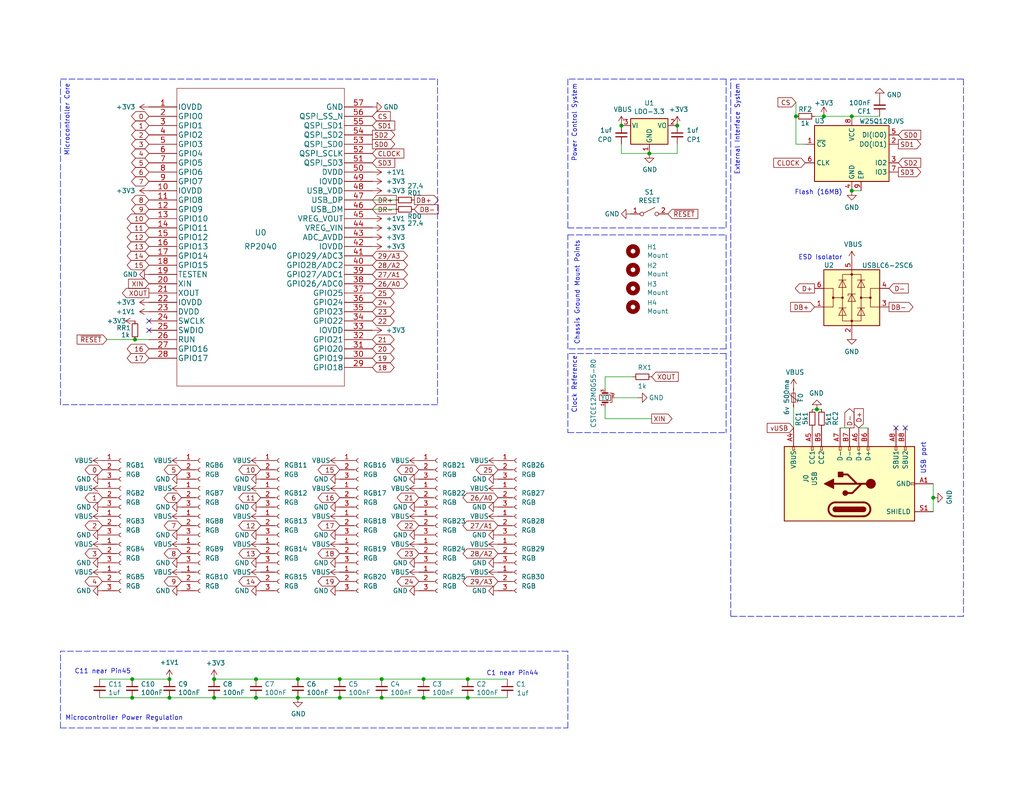
<source format=kicad_sch>
(kicad_sch (version 20211123) (generator eeschema)
  (paper "USLetter")
  (title_block (title "Hard Light") (date "2022-05-20") (rev "Mark 7") (company "Everywhere Defense Industries") (comment 1 "RP2040 main core"))
  (junction (at 177.165 41.91))
  (junction (at 115.57 190.5))
  (junction (at 232.41 52.07))
  (junction (at 81.28 185.42))
  (junction (at 254.635 135.89))
  (junction (at 127.635 185.42))
  (junction (at 224.79 31.75))
  (junction (at 169.545 34.29))
  (junction (at 127.635 190.5))
  (junction (at 58.42 185.42))
  (junction (at 46.228 190.5))
  (junction (at 36.068 190.5))
  (junction (at 58.42 190.5))
  (junction (at 92.71 190.5))
  (junction (at 217.17 31.75))
  (junction (at 104.14 190.5))
  (junction (at 69.85 185.42))
  (junction (at 36.83 92.71))
  (junction (at 222.885 111.76))
  (junction (at 46.228 185.42))
  (junction (at 69.85 190.5))
  (junction (at 81.28 190.5))
  (junction (at 104.14 185.42))
  (junction (at 36.068 185.42))
  (junction (at 184.785 34.29))
  (junction (at 115.57 185.42))
  (junction (at 232.41 31.75))
  (junction (at 92.71 185.42))
  (no_connect (at 40.64 87.63))
  (no_connect (at 40.64 90.17))
  (no_connect (at 247.015 116.84))
  (no_connect (at 244.475 116.84))
  (wire (pts (xy 69.85 185.42) (xy 58.42 185.42)))
  (wire (pts (xy 224.79 31.75) (xy 232.41 31.75)))
  (polyline (pts (xy 154.94 96.52) (xy 154.94 118.11)))
  (wire (pts (xy 217.17 39.37) (xy 219.71 39.37)))
  (wire (pts (xy 46.228 190.5) (xy 58.42 190.5)))
  (wire (pts (xy 167.64 108.585) (xy 173.99 108.585)))
  (polyline (pts (xy 154.94 62.23) (xy 198.12 62.23)))
  (polyline (pts (xy 199.39 21.59) (xy 262.89 21.59)))
  (wire (pts (xy 236.855 116.84) (xy 234.315 116.84)))
  (polyline (pts (xy 119.38 110.49) (xy 16.51 110.49)))
  (polyline (pts (xy 198.12 64.135) (xy 198.12 95.25)))
  (wire (pts (xy 127.635 190.5) (xy 138.43 190.5)))
  (wire (pts (xy 232.41 52.07) (xy 234.95 52.07)))
  (wire (pts (xy 81.28 185.42) (xy 69.85 185.42)))
  (polyline (pts (xy 16.51 21.59) (xy 119.38 21.59)))
  (wire (pts (xy 92.71 185.42) (xy 81.28 185.42)))
  (polyline (pts (xy 262.89 168.275) (xy 199.39 168.275)))
  (polyline (pts (xy 198.12 21.59) (xy 198.12 62.23)))
  (wire (pts (xy 115.57 190.5) (xy 127.635 190.5)))
  (wire (pts (xy 222.885 111.76) (xy 221.615 111.76)))
  (polyline (pts (xy 154.94 64.135) (xy 198.12 64.135)))
  (wire (pts (xy 27.178 185.42) (xy 36.068 185.42)))
  (wire (pts (xy 184.785 41.91) (xy 184.785 39.37)))
  (wire (pts (xy 104.14 185.42) (xy 92.71 185.42)))
  (wire (pts (xy 36.068 185.42) (xy 46.228 185.42)))
  (polyline (pts (xy 154.94 21.59) (xy 154.94 62.23)))
  (wire (pts (xy 127.635 185.42) (xy 138.43 185.42)))
  (wire (pts (xy 224.155 111.76) (xy 222.885 111.76)))
  (wire (pts (xy 165.1 114.3) (xy 177.8 114.3)))
  (polyline (pts (xy 16.51 198.755) (xy 16.51 177.8)))
  (wire (pts (xy 36.068 190.5) (xy 46.228 190.5)))
  (polyline (pts (xy 154.94 95.25) (xy 154.94 64.135)))
  (wire (pts (xy 222.25 31.75) (xy 224.79 31.75)))
  (polyline (pts (xy 154.94 118.11) (xy 198.12 118.11)))
  (wire (pts (xy 232.41 31.75) (xy 240.03 31.75)))
  (polyline (pts (xy 154.94 198.755) (xy 154.94 177.8)))
  (wire (pts (xy 115.57 185.42) (xy 127.635 185.42)))
  (wire (pts (xy 29.21 92.71) (xy 36.83 92.71)))
  (wire (pts (xy 104.14 190.5) (xy 92.71 190.5)))
  (wire (pts (xy 169.545 39.37) (xy 169.545 41.91)))
  (wire (pts (xy 36.83 92.71) (xy 40.64 92.71)))
  (wire (pts (xy 231.775 116.84) (xy 229.235 116.84)))
  (wire (pts (xy 177.165 41.91) (xy 184.785 41.91)))
  (wire (pts (xy 165.1 111.125) (xy 165.1 114.3)))
  (wire (pts (xy 217.17 31.75) (xy 217.17 39.37)))
  (wire (pts (xy 115.57 185.42) (xy 104.14 185.42)))
  (wire (pts (xy 216.535 111.125) (xy 216.535 116.84)))
  (polyline (pts (xy 198.12 96.52) (xy 198.12 118.11)))
  (wire (pts (xy 217.17 27.94) (xy 217.17 31.75)))
  (wire (pts (xy 69.85 190.5) (xy 58.42 190.5)))
  (wire (pts (xy 115.57 190.5) (xy 104.14 190.5)))
  (polyline (pts (xy 198.12 95.25) (xy 154.94 95.25)))
  (wire (pts (xy 27.178 190.5) (xy 36.068 190.5)))
  (polyline (pts (xy 16.51 110.49) (xy 16.51 21.59)))
  (wire (pts (xy 169.545 41.91) (xy 177.165 41.91)))
  (wire (pts (xy 101.6 57.15) (xy 107.95 57.15)))
  (polyline (pts (xy 119.38 21.59) (xy 119.38 110.49)))
  (wire (pts (xy 254.635 135.89) (xy 254.635 132.08)))
  (polyline (pts (xy 262.89 21.59) (xy 262.89 168.275)))
  (wire (pts (xy 165.1 102.87) (xy 165.1 106.045)))
  (polyline (pts (xy 198.12 21.59) (xy 154.94 21.59)))
  (wire (pts (xy 92.71 190.5) (xy 81.28 190.5)))
  (wire (pts (xy 165.1 102.87) (xy 172.72 102.87)))
  (polyline (pts (xy 199.39 168.275) (xy 199.39 21.59)))
  (wire (pts (xy 81.28 190.5) (xy 69.85 190.5)))
  (wire (pts (xy 101.6 54.61) (xy 107.95 54.61)))
  (wire (pts (xy 254.635 139.7) (xy 254.635 135.89)))
  (polyline (pts (xy 198.12 96.52) (xy 154.94 96.52)))
  (polyline (pts (xy 154.94 177.8) (xy 16.51 177.8)))
  (polyline (pts (xy 16.51 198.755) (xy 154.94 198.755)))
  (text "ESD Isolator" (at 229.87 71.12 180) (effects (font (size 1.27 1.27)) (justify right bottom)))
  (text "USB port" (at 252.73 129.54 90) (effects (font (size 1.27 1.27)) (justify left bottom)))
  (text "Flash (16MB)" (at 229.87 53.34 180) (effects (font (size 1.27 1.27)) (justify right bottom)))
  (text "Microcontroller Core" (at 19.05 22.86 270) (effects (font (size 1.27 1.27)) (justify right bottom)))
  (text "Chassis Ground Mount Points" (at 158.242 65.659 270) (effects (font (size 1.27 1.27)) (justify right bottom)))
  (text "C11 near Pin45" (at 20.32 184.15 0) (effects (font (size 1.27 1.27)) (justify left bottom)))
  (text "C1 near Pin44" (at 132.715 184.658 0) (effects (font (size 1.27 1.27)) (justify left bottom)))
  (text "Microcontroller Power Regulation" (at 17.78 196.85 0) (effects (font (size 1.27 1.27)) (justify left bottom)))
  (text "Power Control System" (at 157.48 22.86 270) (effects (font (size 1.27 1.27)) (justify right bottom)))
  (text "External Interface System" (at 201.93 22.86 270) (effects (font (size 1.27 1.27)) (justify right bottom)))
  (text "Clock Reference" (at 157.48 97.155 270) (effects (font (size 1.27 1.27)) (justify right bottom)))
  (global_label "vUSB" (shape input) (at 216.535 116.84 180) (property "Intersheet References" "${INTERSHEET_REFS}" (effects hide)))
  (global_label "XOUT" (shape input) (at 177.8 102.87 0) (property "Intersheet References" "${INTERSHEET_REFS}" (effects hide)))
  (global_label "CS" (shape input) (at 101.6 31.75 0) (property "Intersheet References" "${INTERSHEET_REFS}" (effects hide)))
  (global_label "2" (shape bidirectional) (at 27.94 143.51 180) (property "Intersheet References" "${INTERSHEET_REFS}" (effects hide)))
  (global_label "19" (shape bidirectional) (at 101.6 97.79 0) (property "Intersheet References" "${INTERSHEET_REFS}" (effects hide)))
  (global_label "25" (shape bidirectional) (at 135.89 128.27 180) (property "Intersheet References" "${INTERSHEET_REFS}" (effects hide)))
  (global_label "SD1" (shape output) (at 245.11 39.37 0) (property "Intersheet References" "${INTERSHEET_REFS}" (effects hide)))
  (global_label "16" (shape bidirectional) (at 92.71 135.89 180) (property "Intersheet References" "${INTERSHEET_REFS}" (effects hide)))
  (global_label "DB-" (shape input) (at 113.03 57.15 0) (property "Intersheet References" "${INTERSHEET_REFS}" (effects hide)))
  (global_label "7" (shape bidirectional) (at 49.53 143.51 180) (property "Intersheet References" "${INTERSHEET_REFS}" (effects hide)))
  (global_label "1" (shape bidirectional) (at 27.94 135.89 180) (property "Intersheet References" "${INTERSHEET_REFS}" (effects hide)))
  (global_label "D+" (shape output) (at 222.25 78.74 180) (property "Intersheet References" "${INTERSHEET_REFS}" (effects hide)))
  (global_label "26{slash}A0" (shape bidirectional) (at 135.89 135.89 180) (property "Intersheet References" "${INTERSHEET_REFS}" (effects hide)))
  (global_label "0" (shape bidirectional) (at 40.64 31.75 180) (property "Intersheet References" "${INTERSHEET_REFS}" (effects hide)))
  (global_label "D-" (shape output) (at 231.775 116.84 90) (property "Intersheet References" "${INTERSHEET_REFS}" (effects hide)))
  (global_label "11" (shape bidirectional) (at 40.64 62.23 180) (property "Intersheet References" "${INTERSHEET_REFS}" (effects hide)))
  (global_label "CS" (shape input) (at 217.17 27.94 180) (property "Intersheet References" "${INTERSHEET_REFS}" (effects hide)))
  (global_label "24" (shape bidirectional) (at 101.6 82.55 0) (property "Intersheet References" "${INTERSHEET_REFS}" (effects hide)))
  (global_label "CLOCK" (shape input) (at 101.6 41.91 0) (property "Intersheet References" "${INTERSHEET_REFS}" (effects hide)))
  (global_label "5" (shape bidirectional) (at 49.53 128.27 180) (property "Intersheet References" "${INTERSHEET_REFS}" (effects hide)))
  (global_label "25" (shape bidirectional) (at 101.6 80.01 0) (property "Intersheet References" "${INTERSHEET_REFS}" (effects hide)))
  (global_label "SD3" (shape output) (at 245.11 46.99 0) (property "Intersheet References" "${INTERSHEET_REFS}" (effects hide)))
  (global_label "20" (shape bidirectional) (at 114.3 128.27 180) (property "Intersheet References" "${INTERSHEET_REFS}" (effects hide)))
  (global_label "SD3" (shape input) (at 101.6 44.45 0) (property "Intersheet References" "${INTERSHEET_REFS}" (effects hide)))
  (global_label "3" (shape bidirectional) (at 40.64 39.37 180) (property "Intersheet References" "${INTERSHEET_REFS}" (effects hide)))
  (global_label "~{RESET}" (shape input) (at 29.21 92.71 180) (property "Intersheet References" "${INTERSHEET_REFS}" (effects hide)))
  (global_label "9" (shape bidirectional) (at 49.53 158.75 180) (property "Intersheet References" "${INTERSHEET_REFS}" (effects hide)))
  (global_label "12" (shape bidirectional) (at 71.12 143.51 180) (property "Intersheet References" "${INTERSHEET_REFS}" (effects hide)))
  (global_label "27{slash}A1" (shape bidirectional) (at 101.6 74.93 0) (property "Intersheet References" "${INTERSHEET_REFS}" (effects hide)))
  (global_label "CLOCK" (shape input) (at 219.71 44.45 180) (property "Intersheet References" "${INTERSHEET_REFS}" (effects hide)))
  (global_label "24" (shape bidirectional) (at 114.3 158.75 180) (property "Intersheet References" "${INTERSHEET_REFS}" (effects hide)))
  (global_label "DB+" (shape input) (at 222.25 83.82 180) (property "Intersheet References" "${INTERSHEET_REFS}" (effects hide)))
  (global_label "13" (shape bidirectional) (at 40.64 67.31 180) (property "Intersheet References" "${INTERSHEET_REFS}" (effects hide)))
  (global_label "SD1" (shape input) (at 101.6 34.29 0) (property "Intersheet References" "${INTERSHEET_REFS}" (effects hide)))
  (global_label "21" (shape bidirectional) (at 101.6 92.71 0) (property "Intersheet References" "${INTERSHEET_REFS}" (effects hide)))
  (global_label "XIN" (shape input) (at 40.64 77.47 180) (property "Intersheet References" "${INTERSHEET_REFS}" (effects hide)))
  (global_label "7" (shape bidirectional) (at 40.64 49.53 180) (property "Intersheet References" "${INTERSHEET_REFS}" (effects hide)))
  (global_label "~{RESET}" (shape input) (at 182.245 58.42 0) (property "Intersheet References" "${INTERSHEET_REFS}" (effects hide)))
  (global_label "28{slash}A2" (shape bidirectional) (at 135.89 151.13 180) (property "Intersheet References" "${INTERSHEET_REFS}" (effects hide)))
  (global_label "18" (shape bidirectional) (at 92.71 151.13 180) (property "Intersheet References" "${INTERSHEET_REFS}" (effects hide)))
  (global_label "2" (shape bidirectional) (at 40.64 36.83 180) (property "Intersheet References" "${INTERSHEET_REFS}" (effects hide)))
  (global_label "15" (shape bidirectional) (at 92.71 128.27 180) (property "Intersheet References" "${INTERSHEET_REFS}" (effects hide)))
  (global_label "14" (shape bidirectional) (at 40.64 69.85 180) (property "Intersheet References" "${INTERSHEET_REFS}" (effects hide)))
  (global_label "15" (shape bidirectional) (at 40.64 72.39 180) (property "Intersheet References" "${INTERSHEET_REFS}" (effects hide)))
  (global_label "SD0" (shape input) (at 245.11 36.83 0) (property "Intersheet References" "${INTERSHEET_REFS}" (effects hide)))
  (global_label "D-" (shape input) (at 242.57 78.74 0) (property "Intersheet References" "${INTERSHEET_REFS}" (effects hide)))
  (global_label "XIN" (shape output) (at 177.8 114.3 0) (property "Intersheet References" "${INTERSHEET_REFS}" (effects hide)))
  (global_label "8" (shape bidirectional) (at 49.53 151.13 180) (property "Intersheet References" "${INTERSHEET_REFS}" (effects hide)))
  (global_label "SD0" (shape output) (at 101.6 39.37 0) (property "Intersheet References" "${INTERSHEET_REFS}" (effects hide)))
  (global_label "0" (shape bidirectional) (at 27.94 128.27 180) (property "Intersheet References" "${INTERSHEET_REFS}" (effects hide)))
  (global_label "28{slash}A2" (shape bidirectional) (at 101.6 72.39 0) (property "Intersheet References" "${INTERSHEET_REFS}" (effects hide)))
  (global_label "26{slash}A0" (shape bidirectional) (at 101.6 77.47 0) (property "Intersheet References" "${INTERSHEET_REFS}" (effects hide)))
  (global_label "22" (shape bidirectional) (at 114.3 143.51 180) (property "Intersheet References" "${INTERSHEET_REFS}" (effects hide)))
  (global_label "DB+" (shape output) (at 113.03 54.61 0) (property "Intersheet References" "${INTERSHEET_REFS}" (effects hide)))
  (global_label "8" (shape bidirectional) (at 40.64 54.61 180) (property "Intersheet References" "${INTERSHEET_REFS}" (effects hide)))
  (global_label "9" (shape bidirectional) (at 40.64 57.15 180) (property "Intersheet References" "${INTERSHEET_REFS}" (effects hide)))
  (global_label "16" (shape bidirectional) (at 40.64 95.25 180) (property "Intersheet References" "${INTERSHEET_REFS}" (effects hide)))
  (global_label "23" (shape bidirectional) (at 101.6 85.09 0) (property "Intersheet References" "${INTERSHEET_REFS}" (effects hide)))
  (global_label "17" (shape bidirectional) (at 40.64 97.79 180) (property "Intersheet References" "${INTERSHEET_REFS}" (effects hide)))
  (global_label "29{slash}A3" (shape bidirectional) (at 135.89 158.75 180) (property "Intersheet References" "${INTERSHEET_REFS}" (effects hide)))
  (global_label "12" (shape bidirectional) (at 40.64 64.77 180) (property "Intersheet References" "${INTERSHEET_REFS}" (effects hide)))
  (global_label "10" (shape bidirectional) (at 71.12 128.27 180) (property "Intersheet References" "${INTERSHEET_REFS}" (effects hide)))
  (global_label "6" (shape bidirectional) (at 40.64 46.99 180) (property "Intersheet References" "${INTERSHEET_REFS}" (effects hide)))
  (global_label "29{slash}A3" (shape bidirectional) (at 101.6 69.85 0) (property "Intersheet References" "${INTERSHEET_REFS}" (effects hide)))
  (global_label "4" (shape bidirectional) (at 40.64 41.91 180) (property "Intersheet References" "${INTERSHEET_REFS}" (effects hide)))
  (global_label "D+" (shape input) (at 234.315 116.84 90) (property "Intersheet References" "${INTERSHEET_REFS}" (effects hide)))
  (global_label "SD2" (shape input) (at 245.11 44.45 0) (property "Intersheet References" "${INTERSHEET_REFS}" (effects hide)))
  (global_label "23" (shape bidirectional) (at 114.3 151.13 180) (property "Intersheet References" "${INTERSHEET_REFS}" (effects hide)))
  (global_label "DR+" (shape input) (at 101.6 54.61 0) (property "Intersheet References" "${INTERSHEET_REFS}" (effects hide)))
  (global_label "SD2" (shape output) (at 101.6 36.83 0) (property "Intersheet References" "${INTERSHEET_REFS}" (effects hide)))
  (global_label "13" (shape bidirectional) (at 71.12 151.13 180) (property "Intersheet References" "${INTERSHEET_REFS}" (effects hide)))
  (global_label "27{slash}A1" (shape bidirectional) (at 135.89 143.51 180) (property "Intersheet References" "${INTERSHEET_REFS}" (effects hide)))
  (global_label "4" (shape bidirectional) (at 27.94 158.75 180) (property "Intersheet References" "${INTERSHEET_REFS}" (effects hide)))
  (global_label "6" (shape bidirectional) (at 49.53 135.89 180) (property "Intersheet References" "${INTERSHEET_REFS}" (effects hide)))
  (global_label "11" (shape bidirectional) (at 71.12 135.89 180) (property "Intersheet References" "${INTERSHEET_REFS}" (effects hide)))
  (global_label "17" (shape bidirectional) (at 92.71 143.51 180) (property "Intersheet References" "${INTERSHEET_REFS}" (effects hide)))
  (global_label "5" (shape bidirectional) (at 40.64 44.45 180) (property "Intersheet References" "${INTERSHEET_REFS}" (effects hide)))
  (global_label "XOUT" (shape output) (at 40.64 80.01 180) (property "Intersheet References" "${INTERSHEET_REFS}" (effects hide)))
  (global_label "3" (shape bidirectional) (at 27.94 151.13 180) (property "Intersheet References" "${INTERSHEET_REFS}" (effects hide)))
  (global_label "21" (shape bidirectional) (at 114.3 135.89 180) (property "Intersheet References" "${INTERSHEET_REFS}" (effects hide)))
  (global_label "19" (shape bidirectional) (at 92.71 158.75 180) (property "Intersheet References" "${INTERSHEET_REFS}" (effects hide)))
  (global_label "DR-" (shape input) (at 101.6 57.15 0) (property "Intersheet References" "${INTERSHEET_REFS}" (effects hide)))
  (global_label "18" (shape bidirectional) (at 101.6 100.33 0) (property "Intersheet References" "${INTERSHEET_REFS}" (effects hide)))
  (global_label "20" (shape bidirectional) (at 101.6 95.25 0) (property "Intersheet References" "${INTERSHEET_REFS}" (effects hide)))
  (global_label "10" (shape bidirectional) (at 40.64 59.69 180) (property "Intersheet References" "${INTERSHEET_REFS}" (effects hide)))
  (global_label "1" (shape bidirectional) (at 40.64 34.29 180) (property "Intersheet References" "${INTERSHEET_REFS}" (effects hide)))
  (global_label "14" (shape bidirectional) (at 71.12 158.75 180) (property "Intersheet References" "${INTERSHEET_REFS}" (effects hide)))
  (global_label "22" (shape bidirectional) (at 101.6 87.63 0) (property "Intersheet References" "${INTERSHEET_REFS}" (effects hide)))
  (global_label "DB-" (shape output) (at 242.57 83.82 0) (property "Intersheet References" "${INTERSHEET_REFS}" (effects hide)))
  (symbol (lib_id "power:GND") (at 40.64 74.93 270) (unit 1)
    (property "Reference" "#PWR0102" (effects hide))
    (property "Value" "GND" (at 35.56 74.93 90))
  )
  (symbol (lib_id "Device:C_Small") (at 138.43 187.96 0) (unit 1)
    (property "Reference" "C1" (at 140.7668 186.7916 0) (effects (justify left)))
    (property "Value" "1uf" (at 140.97 189.23 0) (effects (justify left)))
    (property "Footprint" "EDI:Passive_0402_1005Metric" (effects hide))
    (property "LCSC" "C52923" (effects hide))
  )
  (symbol (lib_id "Device:C_Small") (at 115.57 187.96 0) (unit 1)
    (property "Reference" "C3" (at 117.9068 186.7916 0) (effects (justify left)))
    (property "Value" "100nF" (at 117.9068 189.103 0) (effects (justify left)))
    (property "Footprint" "EDI:Passive_0402_1005Metric" (effects hide))
    (property "LCSC" "C1525" (effects hide))
  )
  (symbol (lib_id "Device:C_Small") (at 104.14 187.96 0) (unit 1)
    (property "Reference" "C4" (at 106.4768 186.7916 0) (effects (justify left)))
    (property "Value" "100nF" (at 106.4768 189.103 0) (effects (justify left)))
    (property "Footprint" "EDI:Passive_0402_1005Metric" (effects hide))
    (property "LCSC" "C1525" (effects hide))
  )
  (symbol (lib_id "power:GND") (at 81.28 190.5 0) (unit 1)
    (property "Reference" "#PWR0104" (effects hide))
    (property "Value" "GND" (at 81.407 194.8942 0))
  )
  (symbol (lib_id "Regulator_Linear:LD1117S33TR_SOT223") (at 177.165 34.29 0) (unit 1)
    (property "Reference" "U1" (at 177.165 28.1432 0))
    (property "Value" "LDO-3.3" (at 177.165 30.4546 0))
    (property "Footprint" "Package_TO_SOT_SMD:SOT-23" (effects hide))
    (property "Datasheet" "http://www.st.com/st-web-ui/static/active/en/resource/technical/document/datasheet/CD00000544.pdf" (effects hide))
    (property "LCSC" "C83932" (effects hide))
  )
  (symbol (lib_id "power:GND") (at 177.165 41.91 0) (unit 1)
    (property "Reference" "#PWR0105" (effects hide))
    (property "Value" "GND" (at 177.292 46.3042 0))
  )
  (symbol (lib_id "power:+3V3") (at 184.785 34.29 0) (unit 1)
    (property "Reference" "#PWR0106" (effects hide))
    (property "Value" "+3V3" (at 185.166 29.8958 0))
  )
  (symbol (lib_id "power:VBUS") (at 169.545 34.29 0) (unit 1)
    (property "Reference" "#PWR0107" (effects hide))
    (property "Value" "VBUS" (at 169.926 29.8958 0))
  )
  (symbol (lib_id "HL-Mk2-rescue:USB_C_Receptacle_USB2.0-Connector") (at 231.775 132.08 90) (unit 1)
    (property "Reference" "J0" (at 219.9132 130.683 0))
    (property "Value" "USB" (at 222.2246 130.683 0))
    (property "Footprint" "Connector_USB:USB_C_Receptacle_HRO_TYPE-C-31-M-12" (effects hide))
    (property "LCSC" "C167321" (effects hide))
  )
  (symbol (lib_id "power:GND") (at 254.635 135.89 90) (unit 1)
    (property "Reference" "#PWR0108" (effects hide))
    (property "Value" "GND" (at 259.0292 135.763 0))
  )
  (symbol (lib_id "power:VBUS") (at 216.535 106.045 0) (unit 1)
    (property "Reference" "#PWR0109" (effects hide))
    (property "Value" "VBUS" (at 216.916 101.6508 0))
  )
  (symbol (lib_id "Mechanical:MountingHole") (at 172.72 68.58 270) (unit 1)
    (property "Reference" "H1" (at 176.53 67.4116 90) (effects (justify left)))
    (property "Value" "Mount" (at 176.53 69.723 90) (effects (justify left)))
    (property "Footprint" "MountingHole:MountingHole_3.2mm_M3" (effects hide))
  )
  (symbol (lib_id "Mechanical:MountingHole") (at 172.72 73.66 270) (unit 1)
    (property "Reference" "H2" (at 176.53 72.4916 90) (effects (justify left)))
    (property "Value" "Mount" (at 176.53 74.803 90) (effects (justify left)))
    (property "Footprint" "MountingHole:MountingHole_3.2mm_M3" (effects hide))
  )
  (symbol (lib_id "Mechanical:MountingHole") (at 172.72 78.74 270) (unit 1)
    (property "Reference" "H3" (at 176.53 77.5716 90) (effects (justify left)))
    (property "Value" "Mount" (at 176.53 79.883 90) (effects (justify left)))
    (property "Footprint" "MountingHole:MountingHole_3.2mm_M3" (effects hide))
  )
  (symbol (lib_id "Mechanical:MountingHole") (at 172.72 83.82 270) (unit 1)
    (property "Reference" "H4" (at 176.53 82.6516 90) (effects (justify left)))
    (property "Value" "Mount" (at 176.53 84.963 90) (effects (justify left)))
    (property "Footprint" "MountingHole:MountingHole_3.2mm_M3" (effects hide))
  )
  (symbol (lib_id "Device:C_Small") (at 92.71 187.96 0) (unit 1)
    (property "Reference" "C5" (at 95.0468 186.7916 0) (effects (justify left)))
    (property "Value" "100nF" (at 95.0468 189.103 0) (effects (justify left)))
    (property "Footprint" "EDI:Passive_0402_1005Metric" (effects hide))
    (property "LCSC" "C1525" (effects hide))
  )
  (symbol (lib_id "Device:R_Small") (at 224.155 114.3 0) (unit 1)
    (property "Reference" "RC2" (at 227.965 116.205 90) (effects (justify left)))
    (property "Value" "5k1" (at 226.06 116.205 90) (effects (justify left)))
    (property "Footprint" "EDI:Passive_0402_1005Metric" (effects hide))
    (property "LCSC" "C25905" (effects hide))
  )
  (symbol (lib_id "Device:R_Small") (at 221.615 114.3 180) (unit 1)
    (property "Reference" "RC1" (at 217.805 112.395 90) (effects (justify left)))
    (property "Value" "5k1" (at 219.71 112.395 90) (effects (justify left)))
    (property "Footprint" "EDI:Passive_0402_1005Metric" (effects hide))
    (property "LCSC" "C25905" (effects hide))
  )
  (symbol (lib_id "power:GND") (at 222.885 111.76 180) (unit 1)
    (property "Reference" "#PWR0113" (effects hide))
    (property "Value" "GND" (at 222.758 107.3658 0))
  )
  (symbol (lib_id "power:+3V3") (at 58.42 185.42 0) (unit 1)
    (property "Reference" "#PWR0103" (effects hide))
    (property "Value" "+3V3" (at 58.801 181.0258 0))
  )
  (symbol (lib_id "Device:Polyfuse_Small") (at 216.535 108.585 180) (unit 1)
    (property "Reference" "F0" (at 218.44 107.315 90) (effects (justify left)))
    (property "Value" "6v 500ma" (at 214.63 103.505 90) (effects (justify left)))
    (property "Footprint" "Fuse:Fuse_0402_1005Metric" (effects hide))
    (property "LCSC" "C206938" (effects hide))
  )
  (symbol (lib_id "power:+3V3") (at 101.6 64.77 270) (unit 1)
    (property "Reference" "#PWR0111" (effects hide))
    (property "Value" "+3V3" (at 107.95 64.77 90))
  )
  (symbol (lib_id "power:VBUS") (at 135.89 148.59 90) (unit 1)
    (property "Reference" "#PWR065" (effects hide))
    (property "Value" "VBUS" (at 130.81 148.59 90))
  )
  (symbol (lib_id "Device:C_Small") (at 69.85 187.96 0) (unit 1)
    (property "Reference" "C7" (at 72.1868 186.7916 0) (effects (justify left)))
    (property "Value" "100nF" (at 72.1868 189.103 0) (effects (justify left)))
    (property "Footprint" "EDI:Passive_0402_1005Metric" (effects hide))
    (property "LCSC" "C1525" (effects hide))
  )
  (symbol (lib_id "power:VBUS") (at 92.71 156.21 90) (unit 1)
    (property "Reference" "#PWR047" (effects hide))
    (property "Value" "VBUS" (at 87.63 156.21 90))
  )
  (symbol (lib_id "power:VBUS") (at 232.41 71.12 0) (unit 1)
    (property "Reference" "#PWR09" (effects hide))
    (property "Value" "VBUS" (at 232.791 66.7258 0))
  )
  (symbol (lib_id "power:GND") (at 27.94 161.29 270) (unit 1)
    (property "Reference" "#PWR018" (effects hide))
    (property "Value" "GND" (at 22.86 161.29 90))
  )
  (symbol (lib_id "Connector:Conn_01x03_Female") (at 33.02 143.51 0) (unit 1)
    (property "Reference" "RGB3" (at 34.29 142.2399 0) (effects (justify left)))
    (property "Value" "RGB" (at 34.29 144.7799 0) (effects (justify left)))
    (property "Footprint" "Connector_JST:JST_XH_B3B-XH-AM_1x03_P2.50mm_Vertical" (effects hide))
  )
  (symbol (lib_id "Connector:Conn_01x03_Female") (at 97.79 158.75 0) (unit 1)
    (property "Reference" "RGB20" (at 99.06 157.4799 0) (effects (justify left)))
    (property "Value" "RGB" (at 99.06 160.0199 0) (effects (justify left)))
    (property "Footprint" "Connector_JST:JST_XH_B3B-XH-AM_1x03_P2.50mm_Vertical" (effects hide))
  )
  (symbol (lib_id "power:GND") (at 49.53 130.81 270) (unit 1)
    (property "Reference" "#PWR020" (effects hide))
    (property "Value" "GND" (at 44.45 130.81 90))
  )
  (symbol (lib_id "power:GND") (at 135.89 153.67 270) (unit 1)
    (property "Reference" "#PWR066" (effects hide))
    (property "Value" "GND" (at 130.81 153.67 90))
  )
  (symbol (lib_id "power:VBUS") (at 71.12 140.97 90) (unit 1)
    (property "Reference" "#PWR033" (effects hide))
    (property "Value" "VBUS" (at 66.04 140.97 90))
  )
  (symbol (lib_id "power:GND") (at 27.94 138.43 270) (unit 1)
    (property "Reference" "#PWR08" (effects hide))
    (property "Value" "GND" (at 22.86 138.43 90))
  )
  (symbol (lib_id "Connector:Conn_01x03_Female") (at 54.61 151.13 0) (unit 1)
    (property "Reference" "RGB9" (at 55.88 149.8599 0) (effects (justify left)))
    (property "Value" "RGB" (at 55.88 152.3999 0) (effects (justify left)))
    (property "Footprint" "Connector_JST:JST_XH_B3B-XH-AM_1x03_P2.50mm_Vertical" (effects hide))
  )
  (symbol (lib_id "power:GND") (at 71.12 153.67 270) (unit 1)
    (property "Reference" "#PWR036" (effects hide))
    (property "Value" "GND" (at 66.04 153.67 90))
  )
  (symbol (lib_id "Device:C_Small") (at 169.545 36.83 180) (unit 1)
    (property "Reference" "CP0" (at 167.005 38.1 0) (effects (justify left)))
    (property "Value" "1uf" (at 167.005 35.56 0) (effects (justify left)))
    (property "Footprint" "EDI:Passive_0402_1005Metric" (effects hide))
    (property "LCSC" "C52923" (effects hide))
  )
  (symbol (lib_id "power:VBUS") (at 92.71 148.59 90) (unit 1)
    (property "Reference" "#PWR045" (effects hide))
    (property "Value" "VBUS" (at 87.63 148.59 90))
  )
  (symbol (lib_id "power:GND") (at 71.12 146.05 270) (unit 1)
    (property "Reference" "#PWR034" (effects hide))
    (property "Value" "GND" (at 66.04 146.05 90))
  )
  (symbol (lib_id "power:GND") (at 135.89 130.81 270) (unit 1)
    (property "Reference" "#PWR060" (effects hide))
    (property "Value" "GND" (at 130.81 130.81 90))
  )
  (symbol (lib_id "power:VBUS") (at 92.71 133.35 90) (unit 1)
    (property "Reference" "#PWR041" (effects hide))
    (property "Value" "VBUS" (at 87.63 133.35 90))
  )
  (symbol (lib_id "power:GND") (at 135.89 161.29 270) (unit 1)
    (property "Reference" "#PWR068" (effects hide))
    (property "Value" "GND" (at 130.81 161.29 90))
  )
  (symbol (lib_id "Connector:Conn_01x03_Female") (at 54.61 143.51 0) (unit 1)
    (property "Reference" "RGB8" (at 55.88 142.2399 0) (effects (justify left)))
    (property "Value" "RGB" (at 55.88 144.7799 0) (effects (justify left)))
    (property "Footprint" "Connector_JST:JST_XH_B3B-XH-AM_1x03_P2.50mm_Vertical" (effects hide))
  )
  (symbol (lib_id "Device:Crystal_GND2_Small") (at 165.1 108.585 90) (unit 1)
    (property "Reference" "Y0" (at 166.37 108.585 90) (effects (justify left)))
    (property "Value" "CSTCE12M0G55-R0" (at 161.925 116.84 0) (effects (justify left)))
    (property "Footprint" "Crystal:Resonator_SMD_Murata_CSTxExxV-3Pin_3.0x1.1mm" (effects hide))
    (property "LCSC" "C91581" (effects hide))
  )
  (symbol (lib_id "power:GND") (at 101.6 29.21 90) (unit 1)
    (property "Reference" "#PWR03" (effects hide))
    (property "Value" "GND" (at 106.68 29.21 90))
  )
  (symbol (lib_id "power:GND") (at 71.12 161.29 270) (unit 1)
    (property "Reference" "#PWR038" (effects hide))
    (property "Value" "GND" (at 66.04 161.29 90))
  )
  (symbol (lib_id "power:GND") (at 172.085 58.42 270) (unit 1)
    (property "Reference" "#PWR0127" (effects hide))
    (property "Value" "GND" (at 167.005 58.42 90))
  )
  (symbol (lib_id "Connector:Conn_01x03_Female") (at 97.79 143.51 0) (unit 1)
    (property "Reference" "RGB18" (at 99.06 142.2399 0) (effects (justify left)))
    (property "Value" "RGB" (at 99.06 144.7799 0) (effects (justify left)))
    (property "Footprint" "Connector_JST:JST_XH_B3B-XH-AM_1x03_P2.50mm_Vertical" (effects hide))
  )
  (symbol (lib_id "power:GND") (at 27.94 130.81 270) (unit 1)
    (property "Reference" "#PWR02" (effects hide))
    (property "Value" "GND" (at 22.86 130.81 90))
  )
  (symbol (lib_id "Device:R_Small") (at 110.49 57.15 270) (unit 1)
    (property "Reference" "RD0" (at 111.125 59.055 90) (effects (justify left)))
    (property "Value" "27.4" (at 111.125 60.96 90) (effects (justify left)))
    (property "Footprint" "EDI:Passive_0402_1005Metric" (effects hide))
    (property "LCSC" "C172043" (effects hide))
  )
  (symbol (lib_id "power:GND") (at 173.99 108.585 90) (unit 1)
    (property "Reference" "#PWR0101" (effects hide))
    (property "Value" "GND" (at 179.07 108.585 90))
  )
  (symbol (lib_id "power:GND") (at 49.53 138.43 270) (unit 1)
    (property "Reference" "#PWR022" (effects hide))
    (property "Value" "GND" (at 44.45 138.43 90))
  )
  (symbol (lib_id "power:VBUS") (at 92.71 140.97 90) (unit 1)
    (property "Reference" "#PWR043" (effects hide))
    (property "Value" "VBUS" (at 87.63 140.97 90))
  )
  (symbol (lib_id "power:VBUS") (at 71.12 125.73 90) (unit 1)
    (property "Reference" "#PWR029" (effects hide))
    (property "Value" "VBUS" (at 66.04 125.73 90))
  )
  (symbol (lib_id "power:GND") (at 71.12 138.43 270) (unit 1)
    (property "Reference" "#PWR032" (effects hide))
    (property "Value" "GND" (at 66.04 138.43 90))
  )
  (symbol (lib_id "Device:C_Small") (at 27.178 187.96 0) (unit 1)
    (property "Reference" "C11" (at 29.5148 186.7916 0) (effects (justify left)))
    (property "Value" "1uf" (at 29.5148 189.103 0) (effects (justify left)))
    (property "Footprint" "EDI:Passive_0402_1005Metric" (effects hide))
    (property "LCSC" "C52923" (effects hide))
  )
  (symbol (lib_id "Connector:Conn_01x03_Female") (at 33.02 151.13 0) (unit 1)
    (property "Reference" "RGB4" (at 34.29 149.8599 0) (effects (justify left)))
    (property "Value" "RGB" (at 34.29 152.3999 0) (effects (justify left)))
    (property "Footprint" "Connector_JST:JST_XH_B3B-XH-AM_1x03_P2.50mm_Vertical" (effects hide))
  )
  (symbol (lib_id "power:+3V3") (at 101.6 52.07 270) (unit 1)
    (property "Reference" "#PWR0124" (effects hide))
    (property "Value" "+3V3" (at 107.95 52.07 90))
  )
  (symbol (lib_id "power:+3V3") (at 101.6 67.31 270) (unit 1)
    (property "Reference" "#PWR0112" (effects hide))
    (property "Value" "+3V3" (at 107.95 67.31 90))
  )
  (symbol (lib_id "Power_Protection:USBLC6-2SC6") (at 232.41 81.28 0) (unit 1)
    (property "Reference" "U2" (at 224.79 72.39 0) (effects (justify left)))
    (property "Value" "USBLC6-2SC6" (at 235.1787 72.4686 0) (effects (justify left)))
    (property "Footprint" "Package_TO_SOT_SMD:SOT-23-6" (effects hide))
    (property "Datasheet" "https://www.st.com/resource/en/datasheet/usblc6-2.pdf" (effects hide))
    (property "LCSC" "C2827654" (effects hide))
  )
  (symbol (lib_id "power:GND") (at 92.71 161.29 270) (unit 1)
    (property "Reference" "#PWR048" (effects hide))
    (property "Value" "GND" (at 87.63 161.29 90))
  )
  (symbol (lib_id "power:GND") (at 49.53 153.67 270) (unit 1)
    (property "Reference" "#PWR026" (effects hide))
    (property "Value" "GND" (at 44.45 153.67 90))
  )
  (symbol (lib_id "Switch:SW_SPST") (at 177.165 58.42 0) (unit 1)
    (property "Reference" "S1" (at 177.165 52.451 0))
    (property "Value" "RESET" (at 177.165 54.7624 0))
    (property "Footprint" "Button_Switch_SMD:SW_SPST_SKQG_WithoutStem" (effects hide))
    (property "LCSC" "C139779" (effects hide))
  )
  (symbol (lib_id "power:+3V3") (at 40.64 29.21 90) (unit 1)
    (property "Reference" "#PWR0120" (effects hide))
    (property "Value" "+3V3" (at 34.29 29.21 90))
  )
  (symbol (lib_id "power:VBUS") (at 114.3 148.59 90) (unit 1)
    (property "Reference" "#PWR055" (effects hide))
    (property "Value" "VBUS" (at 109.22 148.59 90))
  )
  (symbol (lib_id "Connector:Conn_01x03_Female") (at 54.61 135.89 0) (unit 1)
    (property "Reference" "RGB7" (at 55.88 134.6199 0) (effects (justify left)))
    (property "Value" "RGB" (at 55.88 137.1599 0) (effects (justify left)))
    (property "Footprint" "Connector_JST:JST_XH_B3B-XH-AM_1x03_P2.50mm_Vertical" (effects hide))
  )
  (symbol (lib_id "Device:C_Small") (at 46.228 187.96 0) (unit 1)
    (property "Reference" "C9" (at 48.5648 186.7916 0) (effects (justify left)))
    (property "Value" "100nF" (at 48.5648 189.103 0) (effects (justify left)))
    (property "Footprint" "EDI:Passive_0402_1005Metric" (effects hide))
    (property "LCSC" "C1525" (effects hide))
  )
  (symbol (lib_id "power:GND") (at 114.3 138.43 270) (unit 1)
    (property "Reference" "#PWR052" (effects hide))
    (property "Value" "GND" (at 109.22 138.43 90))
  )
  (symbol (lib_id "power:GND") (at 49.53 161.29 270) (unit 1)
    (property "Reference" "#PWR028" (effects hide))
    (property "Value" "GND" (at 44.45 161.29 90))
  )
  (symbol (lib_id "Connector:Conn_01x03_Female") (at 76.2 158.75 0) (unit 1)
    (property "Reference" "RGB15" (at 77.47 157.4799 0) (effects (justify left)))
    (property "Value" "RGB" (at 77.47 160.0199 0) (effects (justify left)))
    (property "Footprint" "Connector_JST:JST_XH_B3B-XH-AM_1x03_P2.50mm_Vertical" (effects hide))
  )
  (symbol (lib_id "power:GND") (at 114.3 146.05 270) (unit 1)
    (property "Reference" "#PWR054" (effects hide))
    (property "Value" "GND" (at 109.22 146.05 90))
  )
  (symbol (lib_id "Device:R_Small") (at 219.71 31.75 270) (unit 1)
    (property "Reference" "RF2" (at 217.805 29.845 90) (effects (justify left)))
    (property "Value" "1k" (at 218.44 33.655 90) (effects (justify left)))
    (property "Footprint" "EDI:Passive_0402_1005Metric" (effects hide))
    (property "LCSC" "C25905" (effects hide))
  )
  (symbol (lib_id "power:+1V1") (at 40.64 85.09 90) (unit 1)
    (property "Reference" "#PWR0118" (effects hide))
    (property "Value" "+1V1" (at 34.29 85.09 90))
  )
  (symbol (lib_id "power:+3V3") (at 40.64 52.07 90) (unit 1)
    (property "Reference" "#PWR0122" (effects hide))
    (property "Value" "+3V3" (at 34.29 52.07 90))
  )
  (symbol (lib_id "power:VBUS") (at 135.89 133.35 90) (unit 1)
    (property "Reference" "#PWR061" (effects hide))
    (property "Value" "VBUS" (at 130.81 133.35 90))
  )
  (symbol (lib_id "power:GND") (at 114.3 153.67 270) (unit 1)
    (property "Reference" "#PWR056" (effects hide))
    (property "Value" "GND" (at 109.22 153.67 90))
  )
  (symbol (lib_id "Connector:Conn_01x03_Female") (at 33.02 128.27 0) (unit 1)
    (property "Reference" "RGB1" (at 34.29 126.9999 0) (effects (justify left)))
    (property "Value" "RGB" (at 34.29 129.5399 0) (effects (justify left)))
    (property "Footprint" "Connector_JST:JST_XH_B3B-XH-AM_1x03_P2.50mm_Vertical" (effects hide))
  )
  (symbol (lib_name "GND_1") (lib_id "power:GND") (at 240.03 26.67 180) (unit 1)
    (property "Reference" "#PWR04" (effects hide))
    (property "Value" "GND" (at 241.935 25.879 0) (effects (justify right)))
  )
  (symbol (lib_id "power:GND") (at 135.89 138.43 270) (unit 1)
    (property "Reference" "#PWR062" (effects hide))
    (property "Value" "GND" (at 130.81 138.43 90))
  )
  (symbol (lib_id "Device:R_Small") (at 36.83 90.17 0) (unit 1)
    (property "Reference" "RR1" (at 31.75 89.535 0) (effects (justify left)))
    (property "Value" "1k" (at 33.02 91.44 0) (effects (justify left)))
    (property "Footprint" "EDI:Passive_0402_1005Metric" (effects hide))
    (property "LCSC" "C25905" (effects hide))
  )
  (symbol (lib_id "power:+3V3") (at 36.83 87.63 90) (unit 1)
    (property "Reference" "#PWR010" (effects hide))
    (property "Value" "+3V3" (at 31.75 87.63 90))
  )
  (symbol (lib_id "Connector:Conn_01x03_Female") (at 119.38 158.75 0) (unit 1)
    (property "Reference" "RGB25" (at 120.65 157.4799 0) (effects (justify left)))
    (property "Value" "RGB" (at 120.65 160.0199 0) (effects (justify left)))
    (property "Footprint" "Connector_JST:JST_XH_B3B-XH-AM_1x03_P2.50mm_Vertical" (effects hide))
  )
  (symbol (lib_id "power:VBUS") (at 71.12 148.59 90) (unit 1)
    (property "Reference" "#PWR035" (effects hide))
    (property "Value" "VBUS" (at 66.04 148.59 90))
  )
  (symbol (lib_id "Connector:Conn_01x03_Female") (at 119.38 135.89 0) (unit 1)
    (property "Reference" "RGB22" (at 120.65 134.6199 0) (effects (justify left)))
    (property "Value" "RGB" (at 120.65 137.1599 0) (effects (justify left)))
    (property "Footprint" "Connector_JST:JST_XH_B3B-XH-AM_1x03_P2.50mm_Vertical" (effects hide))
  )
  (symbol (lib_id "Connector:Conn_01x03_Female") (at 97.79 135.89 0) (unit 1)
    (property "Reference" "RGB17" (at 99.06 134.6199 0) (effects (justify left)))
    (property "Value" "RGB" (at 99.06 137.1599 0) (effects (justify left)))
    (property "Footprint" "Connector_JST:JST_XH_B3B-XH-AM_1x03_P2.50mm_Vertical" (effects hide))
  )
  (symbol (lib_id "power:VBUS") (at 135.89 156.21 90) (unit 1)
    (property "Reference" "#PWR067" (effects hide))
    (property "Value" "VBUS" (at 130.81 156.21 90))
  )
  (symbol (lib_id "Connector:Conn_01x03_Female") (at 54.61 128.27 0) (unit 1)
    (property "Reference" "RGB6" (at 55.88 126.9999 0) (effects (justify left)))
    (property "Value" "RGB" (at 55.88 129.5399 0) (effects (justify left)))
    (property "Footprint" "Connector_JST:JST_XH_B3B-XH-AM_1x03_P2.50mm_Vertical" (effects hide))
  )
  (symbol (lib_id "power:VBUS") (at 114.3 156.21 90) (unit 1)
    (property "Reference" "#PWR057" (effects hide))
    (property "Value" "VBUS" (at 109.22 156.21 90))
  )
  (symbol (lib_id "Device:C_Small") (at 81.28 187.96 0) (unit 1)
    (property "Reference" "C6" (at 83.6168 186.7916 0) (effects (justify left)))
    (property "Value" "100nF" (at 83.6168 189.103 0) (effects (justify left)))
    (property "Footprint" "EDI:Passive_0402_1005Metric" (effects hide))
    (property "LCSC" "C1525" (effects hide))
  )
  (symbol (lib_id "power:+3V3") (at 101.6 49.53 270) (unit 1)
    (property "Reference" "#PWR0125" (effects hide))
    (property "Value" "+3V3" (at 107.95 49.53 90))
  )
  (symbol (lib_id "Connector:Conn_01x03_Female") (at 76.2 128.27 0) (unit 1)
    (property "Reference" "RGB11" (at 77.47 126.9999 0) (effects (justify left)))
    (property "Value" "RGB" (at 77.47 129.5399 0) (effects (justify left)))
    (property "Footprint" "Connector_JST:JST_XH_B3B-XH-AM_1x03_P2.50mm_Vertical" (effects hide))
  )
  (symbol (lib_id "power:GND") (at 135.89 146.05 270) (unit 1)
    (property "Reference" "#PWR064" (effects hide))
    (property "Value" "GND" (at 130.81 146.05 90))
  )
  (symbol (lib_id "Connector:Conn_01x03_Female") (at 140.97 143.51 0) (unit 1)
    (property "Reference" "RGB28" (at 142.24 142.2399 0) (effects (justify left)))
    (property "Value" "RGB" (at 142.24 144.7799 0) (effects (justify left)))
    (property "Footprint" "Connector_JST:JST_XH_B3B-XH-AM_1x03_P2.50mm_Vertical" (effects hide))
  )
  (symbol (lib_id "power:VBUS") (at 27.94 133.35 90) (unit 1)
    (property "Reference" "#PWR06" (effects hide))
    (property "Value" "VBUS" (at 22.86 133.35 90))
  )
  (symbol (lib_id "Connector:Conn_01x03_Female") (at 97.79 151.13 0) (unit 1)
    (property "Reference" "RGB19" (at 99.06 149.8599 0) (effects (justify left)))
    (property "Value" "RGB" (at 99.06 152.3999 0) (effects (justify left)))
    (property "Footprint" "Connector_JST:JST_XH_B3B-XH-AM_1x03_P2.50mm_Vertical" (effects hide))
  )
  (symbol (lib_id "Connector:Conn_01x03_Female") (at 54.61 158.75 0) (unit 1)
    (property "Reference" "RGB10" (at 55.88 157.4799 0) (effects (justify left)))
    (property "Value" "RGB" (at 55.88 160.0199 0) (effects (justify left)))
    (property "Footprint" "Connector_JST:JST_XH_B3B-XH-AM_1x03_P2.50mm_Vertical" (effects hide))
  )
  (symbol (lib_id "power:VBUS") (at 49.53 156.21 90) (unit 1)
    (property "Reference" "#PWR027" (effects hide))
    (property "Value" "VBUS" (at 44.45 156.21 90))
  )
  (symbol (lib_id "Connector:Conn_01x03_Female") (at 119.38 151.13 0) (unit 1)
    (property "Reference" "RGB24" (at 120.65 149.8599 0) (effects (justify left)))
    (property "Value" "RGB" (at 120.65 152.3999 0) (effects (justify left)))
    (property "Footprint" "Connector_JST:JST_XH_B3B-XH-AM_1x03_P2.50mm_Vertical" (effects hide))
  )
  (symbol (lib_id "Memory_Flash:W25Q32JVZP") (at 232.41 41.91 0) (unit 1)
    (property "Reference" "U3" (at 222.25 33.02 0) (effects (justify left)))
    (property "Value" "W25Q128JVS" (at 234.4294 33.0986 0) (effects (justify left)))
    (property "Footprint" "Package_SON:WSON-8-1EP_6x5mm_P1.27mm_EP3.4x4.3mm" (effects hide))
    (property "Datasheet" "http://www.winbond.com/resource-files/w25q32jv%20revg%2003272018%20plus.pdf" (effects hide))
    (property "LCSC" "C190862" (effects hide))
  )
  (symbol (lib_id "power:VBUS") (at 114.3 133.35 90) (unit 1)
    (property "Reference" "#PWR051" (effects hide))
    (property "Value" "VBUS" (at 109.22 133.35 90))
  )
  (symbol (lib_id "power:VBUS") (at 27.94 148.59 90) (unit 1)
    (property "Reference" "#PWR015" (effects hide))
    (property "Value" "VBUS" (at 22.86 148.59 90))
  )
  (symbol (lib_id "power:VBUS") (at 49.53 133.35 90) (unit 1)
    (property "Reference" "#PWR021" (effects hide))
    (property "Value" "VBUS" (at 44.45 133.35 90))
  )
  (symbol (lib_id "Connector:Conn_01x03_Female") (at 33.02 135.89 0) (unit 1)
    (property "Reference" "RGB2" (at 34.29 134.6199 0) (effects (justify left)))
    (property "Value" "RGB" (at 34.29 137.1599 0) (effects (justify left)))
    (property "Footprint" "Connector_JST:JST_XH_B3B-XH-AM_1x03_P2.50mm_Vertical" (effects hide))
  )
  (symbol (lib_id "power:+3V3") (at 101.6 62.23 270) (unit 1)
    (property "Reference" "#PWR0110" (effects hide))
    (property "Value" "+3V3" (at 107.95 62.23 90))
  )
  (symbol (lib_id "power:VBUS") (at 71.12 133.35 90) (unit 1)
    (property "Reference" "#PWR031" (effects hide))
    (property "Value" "VBUS" (at 66.04 133.35 90))
  )
  (symbol (lib_name "GND_1") (lib_id "power:GND") (at 232.41 91.44 0) (unit 1)
    (property "Reference" "#PWR011" (effects hide))
    (property "Value" "GND" (at 232.41 96.0025 0))
  )
  (symbol (lib_id "power:GND") (at 27.94 146.05 270) (unit 1)
    (property "Reference" "#PWR014" (effects hide))
    (property "Value" "GND" (at 22.86 146.05 90))
  )
  (symbol (lib_id "power:GND") (at 71.12 130.81 270) (unit 1)
    (property "Reference" "#PWR030" (effects hide))
    (property "Value" "GND" (at 66.04 130.81 90))
  )
  (symbol (lib_id "power:VBUS") (at 92.71 125.73 90) (unit 1)
    (property "Reference" "#PWR039" (effects hide))
    (property "Value" "VBUS" (at 87.63 125.73 90))
  )
  (symbol (lib_name "+3V3_1") (lib_id "power:+3V3") (at 224.79 31.75 0) (unit 1)
    (property "Reference" "#PWR05" (effects hide))
    (property "Value" "+3V3" (at 224.79 28.1455 0))
  )
  (symbol (lib_id "RP2040:RP2040") (at 40.64 29.21 0) (unit 1)
    (property "Reference" "U0" (at 71.12 63.5 0) (effects (font (size 1.524 1.524))))
    (property "Value" "RP2040" (at 71.12 67.31 0) (effects (font (size 1.524 1.524))))
    (property "Footprint" "Package_DFN_QFN:QFN-56-1EP_7x7mm_P0.4mm_EP5.6x5.6mm_ThermalVias" (effects hide))
    (property "LCSC" "C2040" (effects hide))
  )
  (symbol (lib_id "power:GND") (at 114.3 161.29 270) (unit 1)
    (property "Reference" "#PWR058" (effects hide))
    (property "Value" "GND" (at 109.22 161.29 90))
  )
  (symbol (lib_id "power:VBUS") (at 27.94 125.73 90) (unit 1)
    (property "Reference" "#PWR01" (effects hide))
    (property "Value" "VBUS" (at 22.86 125.73 90))
  )
  (symbol (lib_id "power:GND") (at 92.71 146.05 270) (unit 1)
    (property "Reference" "#PWR044" (effects hide))
    (property "Value" "GND" (at 87.63 146.05 90))
  )
  (symbol (lib_id "power:GND") (at 92.71 138.43 270) (unit 1)
    (property "Reference" "#PWR042" (effects hide))
    (property "Value" "GND" (at 87.63 138.43 90))
  )
  (symbol (lib_id "power:VBUS") (at 114.3 125.73 90) (unit 1)
    (property "Reference" "#PWR049" (effects hide))
    (property "Value" "VBUS" (at 109.22 125.73 90))
  )
  (symbol (lib_id "Connector:Conn_01x03_Female") (at 119.38 143.51 0) (unit 1)
    (property "Reference" "RGB23" (at 120.65 142.2399 0) (effects (justify left)))
    (property "Value" "RGB" (at 120.65 144.7799 0) (effects (justify left)))
    (property "Footprint" "Connector_JST:JST_XH_B3B-XH-AM_1x03_P2.50mm_Vertical" (effects hide))
  )
  (symbol (lib_id "power:+1V1") (at 46.228 185.42 0) (unit 1)
    (property "Reference" "#PWR013" (effects hide))
    (property "Value" "+1V1" (at 46.228 180.8575 0))
  )
  (symbol (lib_id "Device:R_Small") (at 175.26 102.87 270) (unit 1)
    (property "Reference" "RX1" (at 173.99 100.33 90) (effects (justify left)))
    (property "Value" "1k" (at 173.99 105.41 90) (effects (justify left)))
    (property "Footprint" "EDI:Passive_0402_1005Metric" (effects hide))
    (property "LCSC" "C25905" (effects hide))
  )
  (symbol (lib_id "Connector:Conn_01x03_Female") (at 97.79 128.27 0) (unit 1)
    (property "Reference" "RGB16" (at 99.06 126.9999 0) (effects (justify left)))
    (property "Value" "RGB" (at 99.06 129.5399 0) (effects (justify left)))
    (property "Footprint" "Connector_JST:JST_XH_B3B-XH-AM_1x03_P2.50mm_Vertical" (effects hide))
  )
  (symbol (lib_id "Device:C_Small") (at 184.785 36.83 0) (unit 1)
    (property "Reference" "CP1" (at 187.325 38.1 0) (effects (justify left)))
    (property "Value" "1uf" (at 187.325 35.56 0) (effects (justify left)))
    (property "Footprint" "EDI:Passive_0402_1005Metric" (effects hide))
    (property "LCSC" "C52923" (effects hide))
  )
  (symbol (lib_id "Connector:Conn_01x03_Female") (at 33.02 158.75 0) (unit 1)
    (property "Reference" "RGB5" (at 34.29 157.4799 0) (effects (justify left)))
    (property "Value" "RGB" (at 34.29 160.0199 0) (effects (justify left)))
    (property "Footprint" "Connector_JST:JST_XH_B3B-XH-AM_1x03_P2.50mm_Vertical" (effects hide))
  )
  (symbol (lib_id "power:GND") (at 114.3 130.81 270) (unit 1)
    (property "Reference" "#PWR050" (effects hide))
    (property "Value" "GND" (at 109.22 130.81 90))
  )
  (symbol (lib_id "power:GND") (at 92.71 130.81 270) (unit 1)
    (property "Reference" "#PWR040" (effects hide))
    (property "Value" "GND" (at 87.63 130.81 90))
  )
  (symbol (lib_id "power:VBUS") (at 27.94 140.97 90) (unit 1)
    (property "Reference" "#PWR012" (effects hide))
    (property "Value" "VBUS" (at 22.86 140.97 90))
  )
  (symbol (lib_id "Device:C_Small") (at 36.068 187.96 0) (unit 1)
    (property "Reference" "C10" (at 38.4048 186.7916 0) (effects (justify left)))
    (property "Value" "100nF" (at 38.4048 189.103 0) (effects (justify left)))
    (property "Footprint" "EDI:Passive_0402_1005Metric" (effects hide))
    (property "LCSC" "C1525" (effects hide))
  )
  (symbol (lib_id "Connector:Conn_01x03_Female") (at 140.97 128.27 0) (unit 1)
    (property "Reference" "RGB26" (at 142.24 126.9999 0) (effects (justify left)))
    (property "Value" "RGB" (at 142.24 129.5399 0) (effects (justify left)))
    (property "Footprint" "Connector_JST:JST_XH_B3B-XH-AM_1x03_P2.50mm_Vertical" (effects hide))
  )
  (symbol (lib_id "power:VBUS") (at 27.94 156.21 90) (unit 1)
    (property "Reference" "#PWR017" (effects hide))
    (property "Value" "VBUS" (at 22.86 156.21 90))
  )
  (symbol (lib_id "Connector:Conn_01x03_Female") (at 119.38 128.27 0) (unit 1)
    (property "Reference" "RGB21" (at 120.65 126.9999 0) (effects (justify left)))
    (property "Value" "RGB" (at 120.65 129.5399 0) (effects (justify left)))
    (property "Footprint" "Connector_JST:JST_XH_B3B-XH-AM_1x03_P2.50mm_Vertical" (effects hide))
  )
  (symbol (lib_id "Device:C_Small") (at 127.635 187.96 0) (unit 1)
    (property "Reference" "C2" (at 129.9718 186.7916 0) (effects (justify left)))
    (property "Value" "100nF" (at 129.9718 189.103 0) (effects (justify left)))
    (property "Footprint" "EDI:Passive_0402_1005Metric" (effects hide))
    (property "LCSC" "C1525" (effects hide))
  )
  (symbol (lib_name "GND_1") (lib_id "power:GND") (at 232.41 52.07 0) (unit 1)
    (property "Reference" "#PWR07" (effects hide))
    (property "Value" "GND" (at 232.41 56.6325 0))
  )
  (symbol (lib_id "power:VBUS") (at 114.3 140.97 90) (unit 1)
    (property "Reference" "#PWR053" (effects hide))
    (property "Value" "VBUS" (at 109.22 140.97 90))
  )
  (symbol (lib_id "Device:C_Small") (at 240.03 29.21 180) (unit 1)
    (property "Reference" "CF1" (at 237.6932 30.3784 0) (effects (justify left)))
    (property "Value" "100nF" (at 237.6932 28.067 0) (effects (justify left)))
    (property "Footprint" "EDI:Passive_0402_1005Metric" (effects hide))
    (property "LCSC" "C1525" (effects hide))
  )
  (symbol (lib_id "Connector:Conn_01x03_Female") (at 76.2 143.51 0) (unit 1)
    (property "Reference" "RGB13" (at 77.47 142.2399 0) (effects (justify left)))
    (property "Value" "RGB" (at 77.47 144.7799 0) (effects (justify left)))
    (property "Footprint" "Connector_JST:JST_XH_B3B-XH-AM_1x03_P2.50mm_Vertical" (effects hide))
  )
  (symbol (lib_id "Connector:Conn_01x03_Female") (at 140.97 158.75 0) (unit 1)
    (property "Reference" "RGB30" (at 142.24 157.4799 0) (effects (justify left)))
    (property "Value" "RGB" (at 142.24 160.0199 0) (effects (justify left)))
    (property "Footprint" "Connector_JST:JST_XH_B3B-XH-AM_1x03_P2.50mm_Vertical" (effects hide))
  )
  (symbol (lib_id "power:VBUS") (at 49.53 140.97 90) (unit 1)
    (property "Reference" "#PWR023" (effects hide))
    (property "Value" "VBUS" (at 44.45 140.97 90))
  )
  (symbol (lib_id "power:VBUS") (at 49.53 125.73 90) (unit 1)
    (property "Reference" "#PWR019" (effects hide))
    (property "Value" "VBUS" (at 44.45 125.73 90))
  )
  (symbol (lib_id "power:+3V3") (at 101.6 90.17 270) (unit 1)
    (property "Reference" "#PWR0116" (effects hide))
    (property "Value" "+3V3" (at 107.95 90.17 90))
  )
  (symbol (lib_id "power:VBUS") (at 135.89 125.73 90) (unit 1)
    (property "Reference" "#PWR059" (effects hide))
    (property "Value" "VBUS" (at 130.81 125.73 90))
  )
  (symbol (lib_id "Connector:Conn_01x03_Female") (at 140.97 151.13 0) (unit 1)
    (property "Reference" "RGB29" (at 142.24 149.8599 0) (effects (justify left)))
    (property "Value" "RGB" (at 142.24 152.3999 0) (effects (justify left)))
    (property "Footprint" "Connector_JST:JST_XH_B3B-XH-AM_1x03_P2.50mm_Vertical" (effects hide))
  )
  (symbol (lib_id "power:VBUS") (at 71.12 156.21 90) (unit 1)
    (property "Reference" "#PWR037" (effects hide))
    (property "Value" "VBUS" (at 66.04 156.21 90))
  )
  (symbol (lib_id "Connector:Conn_01x03_Female") (at 140.97 135.89 0) (unit 1)
    (property "Reference" "RGB27" (at 142.24 134.6199 0) (effects (justify left)))
    (property "Value" "RGB" (at 142.24 137.1599 0) (effects (justify left)))
    (property "Footprint" "Connector_JST:JST_XH_B3B-XH-AM_1x03_P2.50mm_Vertical" (effects hide))
  )
  (symbol (lib_id "power:+3V3") (at 40.64 82.55 90) (unit 1)
    (property "Reference" "#PWR0121" (effects hide))
    (property "Value" "+3V3" (at 34.29 82.55 90))
  )
  (symbol (lib_id "power:+1V1") (at 101.6 46.99 270) (unit 1)
    (property "Reference" "#PWR0114" (effects hide))
    (property "Value" "+1V1" (at 107.95 46.99 90))
  )
  (symbol (lib_id "power:GND") (at 49.53 146.05 270) (unit 1)
    (property "Reference" "#PWR024" (effects hide))
    (property "Value" "GND" (at 44.45 146.05 90))
  )
  (symbol (lib_id "Device:R_Small") (at 110.49 54.61 270) (unit 1)
    (property "Reference" "RD1" (at 111.125 52.705 90) (effects (justify left)))
    (property "Value" "27.4" (at 111.125 50.8 90) (effects (justify left)))
    (property "Footprint" "EDI:Passive_0402_1005Metric" (effects hide))
    (property "LCSC" "C172043" (effects hide))
  )
  (symbol (lib_id "power:VBUS") (at 135.89 140.97 90) (unit 1)
    (property "Reference" "#PWR063" (effects hide))
    (property "Value" "VBUS" (at 130.81 140.97 90))
  )
  (symbol (lib_id "Connector:Conn_01x03_Female") (at 76.2 135.89 0) (unit 1)
    (property "Reference" "RGB12" (at 77.47 134.6199 0) (effects (justify left)))
    (property "Value" "RGB" (at 77.47 137.1599 0) (effects (justify left)))
    (property "Footprint" "Connector_JST:JST_XH_B3B-XH-AM_1x03_P2.50mm_Vertical" (effects hide))
  )
  (symbol (lib_id "Device:C_Small") (at 58.42 187.96 0) (unit 1)
    (property "Reference" "C8" (at 60.7568 186.7916 0) (effects (justify left)))
    (property "Value" "100nF" (at 60.7568 189.103 0) (effects (justify left)))
    (property "Footprint" "EDI:Passive_0402_1005Metric" (effects hide))
    (property "LCSC" "C1525" (effects hide))
  )
  (symbol (lib_id "power:VBUS") (at 49.53 148.59 90) (unit 1)
    (property "Reference" "#PWR025" (effects hide))
    (property "Value" "VBUS" (at 44.45 148.59 90))
  )
  (symbol (lib_id "power:GND") (at 27.94 153.67 270) (unit 1)
    (property "Reference" "#PWR016" (effects hide))
    (property "Value" "GND" (at 22.86 153.67 90))
  )
  (symbol (lib_id "Connector:Conn_01x03_Female") (at 76.2 151.13 0) (unit 1)
    (property "Reference" "RGB14" (at 77.47 149.8599 0) (effects (justify left)))
    (property "Value" "RGB" (at 77.47 152.3999 0) (effects (justify left)))
    (property "Footprint" "Connector_JST:JST_XH_B3B-XH-AM_1x03_P2.50mm_Vertical" (effects hide))
  )
  (symbol (lib_id "power:GND") (at 92.71 153.67 270) (unit 1)
    (property "Reference" "#PWR046" (effects hide))
    (property "Value" "GND" (at 87.63 153.67 90))
  )
  (symbol (lib_id "power:+1V1") (at 101.6 59.69 270) (unit 1)
    (property "Reference" "#PWR0123" (effects hide))
    (property "Value" "+1V1" (at 107.95 59.69 90))
  )
)
</source>
